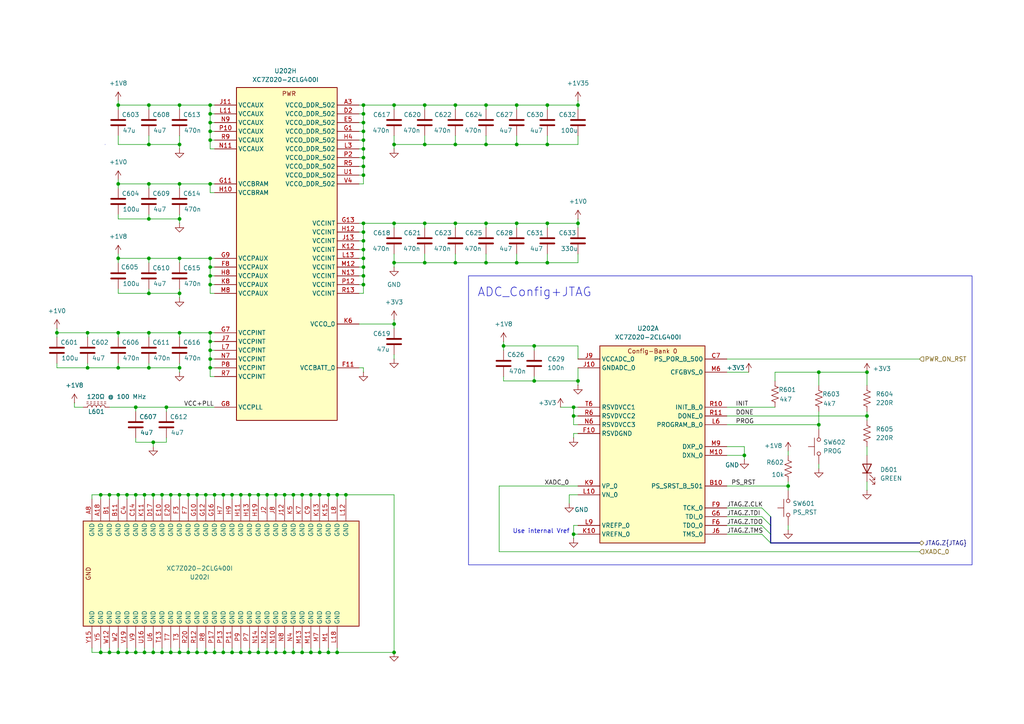
<source format=kicad_sch>
(kicad_sch (version 20250114) (generator "eeschema") (generator_version "9.0")
  (paper "A4")
  (title_block (title "Zynq Power+Config") (date "2025-09-13") (rev "A"))
  (bus_alias "JTAG" (members "CLK" "TDI" "TDO" "TMS"))
  (rectangle (start 135.89 80.01) (end 281.94 163.83))
  (text "Use internal Vref" (at 156.972 154.178 0) (effects (font (size 1.27 1.27))))
  (text "ADC_Config+JTAG" (at 138.43 86.36 0) (effects (font (size 2.54 2.54)) (justify left bottom)))
  (junction (at 237.49 123.19))
  (junction (at 105.41 80.01))
  (junction (at 60.96 38.1))
  (junction (at 46.99 189.23))
  (junction (at 123.19 64.77))
  (junction (at 167.64 110.49))
  (junction (at 31.75 189.23))
  (junction (at 59.69 143.51))
  (junction (at 52.07 143.51))
  (junction (at 90.17 143.51))
  (junction (at 60.96 106.68))
  (junction (at 154.94 110.49))
  (junction (at 29.21 143.51))
  (junction (at 92.71 143.51))
  (junction (at 43.18 63.5))
  (junction (at 43.18 30.48))
  (junction (at 105.41 74.93))
  (junction (at 54.61 143.51))
  (junction (at 39.37 143.51))
  (junction (at 48.26 118.11))
  (junction (at 105.41 72.39))
  (junction (at 100.33 143.51))
  (junction (at 228.6 140.97))
  (junction (at 49.53 189.23))
  (junction (at 132.08 41.91))
  (junction (at 60.96 80.01))
  (junction (at 251.46 107.95))
  (junction (at 105.41 38.1))
  (junction (at 57.15 189.23))
  (junction (at 57.15 143.51))
  (junction (at 60.96 104.14))
  (junction (at 146.05 100.33))
  (junction (at 80.01 189.23))
  (junction (at 149.86 64.77))
  (junction (at 90.17 189.23))
  (junction (at 52.07 30.48))
  (junction (at 105.41 69.85))
  (junction (at 64.77 189.23))
  (junction (at 60.96 40.64))
  (junction (at 41.91 189.23))
  (junction (at 59.69 189.23))
  (junction (at 60.96 82.55))
  (junction (at 105.41 40.64))
  (junction (at 215.9 132.08))
  (junction (at 60.96 35.56))
  (junction (at 43.18 85.09))
  (junction (at 251.46 120.65))
  (junction (at 87.63 189.23))
  (junction (at 34.29 96.52))
  (junction (at 60.96 53.34))
  (junction (at 149.86 30.48))
  (junction (at 34.29 189.23))
  (junction (at 34.29 74.93))
  (junction (at 158.75 64.77))
  (junction (at 167.64 64.77))
  (junction (at 44.45 128.27))
  (junction (at 43.18 41.91))
  (junction (at 105.41 77.47))
  (junction (at 69.85 189.23))
  (junction (at 105.41 50.8))
  (junction (at 62.23 143.51))
  (junction (at 34.29 53.34))
  (junction (at 105.41 64.77))
  (junction (at 166.37 154.94))
  (junction (at 41.91 143.51))
  (junction (at 43.18 96.52))
  (junction (at 74.93 189.23))
  (junction (at 123.19 76.2))
  (junction (at 46.99 143.51))
  (junction (at 43.18 53.34))
  (junction (at 105.41 82.55))
  (junction (at 95.25 143.51))
  (junction (at 166.37 120.65))
  (junction (at 105.41 48.26))
  (junction (at 140.97 76.2))
  (junction (at 82.55 189.23))
  (junction (at 149.86 76.2))
  (junction (at 16.51 96.52))
  (junction (at 95.25 189.23))
  (junction (at 64.77 143.51))
  (junction (at 132.08 76.2))
  (junction (at 114.3 189.23))
  (junction (at 60.96 74.93))
  (junction (at 140.97 30.48))
  (junction (at 39.37 189.23))
  (junction (at 67.31 189.23))
  (junction (at 105.41 43.18))
  (junction (at 52.07 63.5))
  (junction (at 36.83 189.23))
  (junction (at 72.39 143.51))
  (junction (at 60.96 101.6))
  (junction (at 123.19 41.91))
  (junction (at 43.18 74.93))
  (junction (at 25.4 106.68))
  (junction (at 105.41 67.31))
  (junction (at 149.86 41.91))
  (junction (at 80.01 143.51))
  (junction (at 36.83 143.51))
  (junction (at 114.3 76.2))
  (junction (at 52.07 74.93))
  (junction (at 52.07 41.91))
  (junction (at 77.47 143.51))
  (junction (at 166.37 118.11))
  (junction (at 25.4 96.52))
  (junction (at 140.97 64.77))
  (junction (at 52.07 189.23))
  (junction (at 72.39 189.23))
  (junction (at 132.08 64.77))
  (junction (at 77.47 189.23))
  (junction (at 69.85 143.51))
  (junction (at 44.45 143.51))
  (junction (at 43.18 106.68))
  (junction (at 105.41 30.48))
  (junction (at 34.29 106.68))
  (junction (at 52.07 96.52))
  (junction (at 44.45 189.23))
  (junction (at 87.63 143.51))
  (junction (at 123.19 30.48))
  (junction (at 52.07 53.34))
  (junction (at 54.61 189.23))
  (junction (at 60.96 30.48))
  (junction (at 154.94 100.33))
  (junction (at 105.41 45.72))
  (junction (at 52.07 85.09))
  (junction (at 34.29 143.51))
  (junction (at 114.3 30.48))
  (junction (at 60.96 77.47))
  (junction (at 167.64 30.48))
  (junction (at 82.55 143.51))
  (junction (at 39.37 118.11))
  (junction (at 74.93 143.51))
  (junction (at 85.09 143.51))
  (junction (at 60.96 33.02))
  (junction (at 158.75 76.2))
  (junction (at 49.53 143.51))
  (junction (at 114.3 41.91))
  (junction (at 31.75 143.51))
  (junction (at 52.07 106.68))
  (junction (at 140.97 41.91))
  (junction (at 114.3 64.77))
  (junction (at 67.31 143.51))
  (junction (at 85.09 189.23))
  (junction (at 237.49 107.95))
  (junction (at 97.79 143.51))
  (junction (at 158.75 30.48))
  (junction (at 92.71 189.23))
  (junction (at 29.21 189.23))
  (junction (at 105.41 35.56))
  (junction (at 60.96 96.52))
  (junction (at 132.08 30.48))
  (junction (at 34.29 30.48))
  (junction (at 97.79 189.23))
  (junction (at 114.3 93.98))
  (junction (at 105.41 33.02))
  (junction (at 60.96 99.06))
  (junction (at 62.23 189.23))
  (junction (at 158.75 41.91))
  (bus_entry (at 223.52 157.48) (size -2.54 -2.54))
  (bus_entry (at 223.52 154.94) (size -2.54 -2.54))
  (bus_entry (at 223.52 149.86) (size -2.54 -2.54))
  (bus_entry (at 223.52 152.4) (size -2.54 -2.54))
  (wire (pts (xy 60.96 96.52) (xy 60.96 99.06)))
  (wire (pts (xy 123.19 39.37) (xy 123.19 41.91)))
  (wire (pts (xy 64.77 143.51) (xy 67.31 143.51)))
  (wire (pts (xy 146.05 100.33) (xy 154.94 100.33)))
  (wire (pts (xy 95.25 143.51) (xy 97.79 143.51)))
  (wire (pts (xy 132.08 76.2) (xy 123.19 76.2)))
  (wire (pts (xy 149.86 73.66) (xy 149.86 76.2)))
  (wire (pts (xy 146.05 101.6) (xy 146.05 100.33)))
  (wire (pts (xy 105.41 77.47) (xy 105.41 80.01)))
  (wire (pts (xy 44.45 128.27) (xy 44.45 129.54)))
  (wire (pts (xy 167.64 39.37) (xy 167.64 41.91)))
  (wire (pts (xy 60.96 77.47) (xy 62.23 77.47)))
  (wire (pts (xy 154.94 110.49) (xy 154.94 109.22)))
  (wire (pts (xy 140.97 66.04) (xy 140.97 64.77)))
  (wire (pts (xy 43.18 53.34) (xy 52.07 53.34)))
  (wire (pts (xy 105.41 72.39) (xy 105.41 74.93)))
  (wire (pts (xy 237.49 107.95) (xy 251.46 107.95)))
  (wire (pts (xy 34.29 52.07) (xy 34.29 53.34)))
  (wire (pts (xy 123.19 30.48) (xy 123.19 31.75)))
  (wire (pts (xy 29.21 189.23) (xy 29.21 187.96)))
  (wire (pts (xy 92.71 189.23) (xy 90.17 189.23)))
  (wire (pts (xy 149.86 64.77) (xy 140.97 64.77)))
  (wire (pts (xy 59.69 143.51) (xy 59.69 144.78)))
  (wire (pts (xy 60.96 40.64) (xy 62.23 40.64)))
  (wire (pts (xy 166.37 118.11) (xy 167.64 118.11)))
  (wire (pts (xy 46.99 143.51) (xy 46.99 144.78)))
  (wire (pts (xy 64.77 189.23) (xy 62.23 189.23)))
  (wire (pts (xy 34.29 62.23) (xy 34.29 63.5)))
  (wire (pts (xy 90.17 143.51) (xy 90.17 144.78)))
  (wire (pts (xy 34.29 74.93) (xy 43.18 74.93)))
  (wire (pts (xy 72.39 143.51) (xy 74.93 143.51)))
  (wire (pts (xy 39.37 189.23) (xy 39.37 187.96)))
  (wire (pts (xy 105.41 53.34) (xy 104.14 53.34)))
  (wire (pts (xy 210.82 118.11) (xy 224.79 118.11)))
  (wire (pts (xy 52.07 30.48) (xy 60.96 30.48)))
  (wire (pts (xy 166.37 120.65) (xy 166.37 123.19)))
  (wire (pts (xy 166.37 156.21) (xy 166.37 154.94)))
  (wire (pts (xy 87.63 189.23) (xy 85.09 189.23)))
  (wire (pts (xy 60.96 40.64) (xy 60.96 43.18)))
  (wire (pts (xy 100.33 143.51) (xy 100.33 144.78)))
  (wire (pts (xy 60.96 38.1) (xy 62.23 38.1)))
  (wire (pts (xy 34.29 83.82) (xy 34.29 85.09)))
  (wire (pts (xy 140.97 39.37) (xy 140.97 41.91)))
  (wire (pts (xy 210.82 107.95) (xy 217.17 107.95)))
  (wire (pts (xy 105.41 64.77) (xy 105.41 67.31)))
  (wire (pts (xy 29.21 143.51) (xy 31.75 143.51)))
  (wire (pts (xy 251.46 119.38) (xy 251.46 120.65)))
  (wire (pts (xy 105.41 38.1) (xy 105.41 40.64)))
  (bus (pts (xy 223.52 157.48) (xy 266.7 157.48)))
  (wire (pts (xy 85.09 189.23) (xy 82.55 189.23)))
  (wire (pts (xy 92.71 189.23) (xy 92.71 187.96)))
  (wire (pts (xy 41.91 189.23) (xy 39.37 189.23)))
  (wire (pts (xy 105.41 67.31) (xy 104.14 67.31)))
  (wire (pts (xy 105.41 40.64) (xy 105.41 43.18)))
  (wire (pts (xy 59.69 143.51) (xy 62.23 143.51)))
  (wire (pts (xy 34.29 63.5) (xy 43.18 63.5)))
  (wire (pts (xy 80.01 189.23) (xy 77.47 189.23)))
  (wire (pts (xy 60.96 53.34) (xy 60.96 55.88)))
  (bus (pts (xy 223.52 152.4) (xy 223.52 149.86)))
  (wire (pts (xy 85.09 143.51) (xy 85.09 144.78)))
  (wire (pts (xy 114.3 64.77) (xy 105.41 64.77)))
  (wire (pts (xy 49.53 143.51) (xy 49.53 144.78)))
  (wire (pts (xy 49.53 189.23) (xy 49.53 187.96)))
  (wire (pts (xy 154.94 110.49) (xy 167.64 110.49)))
  (wire (pts (xy 48.26 118.11) (xy 62.23 118.11)))
  (wire (pts (xy 34.29 189.23) (xy 31.75 189.23)))
  (wire (pts (xy 95.25 189.23) (xy 92.71 189.23)))
  (wire (pts (xy 158.75 30.48) (xy 149.86 30.48)))
  (wire (pts (xy 237.49 119.38) (xy 237.49 123.19)))
  (bus (pts (xy 223.52 154.94) (xy 223.52 152.4)))
  (wire (pts (xy 57.15 143.51) (xy 57.15 144.78)))
  (wire (pts (xy 95.25 143.51) (xy 95.25 144.78)))
  (wire (pts (xy 105.41 64.77) (xy 104.14 64.77)))
  (wire (pts (xy 149.86 30.48) (xy 140.97 30.48)))
  (wire (pts (xy 114.3 30.48) (xy 123.19 30.48)))
  (wire (pts (xy 92.71 143.51) (xy 92.71 144.78)))
  (wire (pts (xy 146.05 110.49) (xy 154.94 110.49)))
  (wire (pts (xy 167.64 66.04) (xy 167.64 64.77)))
  (wire (pts (xy 167.64 41.91) (xy 158.75 41.91)))
  (wire (pts (xy 34.29 96.52) (xy 34.29 97.79)))
  (wire (pts (xy 74.93 143.51) (xy 74.93 144.78)))
  (wire (pts (xy 85.09 143.51) (xy 87.63 143.51)))
  (wire (pts (xy 149.86 64.77) (xy 149.86 66.04)))
  (wire (pts (xy 52.07 189.23) (xy 49.53 189.23)))
  (wire (pts (xy 210.82 132.08) (xy 215.9 132.08)))
  (wire (pts (xy 60.96 38.1) (xy 60.96 40.64)))
  (wire (pts (xy 97.79 189.23) (xy 97.79 187.96)))
  (wire (pts (xy 146.05 99.06) (xy 146.05 100.33)))
  (wire (pts (xy 210.82 104.14) (xy 266.7 104.14)))
  (wire (pts (xy 105.41 33.02) (xy 104.14 33.02)))
  (wire (pts (xy 114.3 95.25) (xy 114.3 93.98)))
  (wire (pts (xy 166.37 118.11) (xy 166.37 120.65)))
  (wire (pts (xy 167.64 106.68) (xy 167.64 110.49)))
  (wire (pts (xy 114.3 92.71) (xy 114.3 93.98)))
  (wire (pts (xy 60.96 104.14) (xy 62.23 104.14)))
  (wire (pts (xy 52.07 143.51) (xy 54.61 143.51)))
  (wire (pts (xy 210.82 140.97) (xy 228.6 140.97)))
  (wire (pts (xy 87.63 143.51) (xy 90.17 143.51)))
  (wire (pts (xy 60.96 30.48) (xy 62.23 30.48)))
  (wire (pts (xy 34.29 143.51) (xy 36.83 143.51)))
  (wire (pts (xy 165.1 143.51) (xy 167.64 143.51)))
  (wire (pts (xy 210.82 129.54) (xy 215.9 129.54)))
  (wire (pts (xy 16.51 105.41) (xy 16.51 106.68)))
  (wire (pts (xy 82.55 189.23) (xy 80.01 189.23)))
  (wire (pts (xy 105.41 45.72) (xy 105.41 48.26)))
  (wire (pts (xy 52.07 105.41) (xy 52.07 106.68)))
  (wire (pts (xy 105.41 35.56) (xy 105.41 38.1)))
  (wire (pts (xy 59.69 189.23) (xy 59.69 187.96)))
  (wire (pts (xy 16.51 96.52) (xy 25.4 96.52)))
  (wire (pts (xy 60.96 43.18) (xy 62.23 43.18)))
  (wire (pts (xy 60.96 30.48) (xy 60.96 33.02)))
  (wire (pts (xy 228.6 130.81) (xy 228.6 132.08)))
  (wire (pts (xy 34.29 189.23) (xy 34.29 187.96)))
  (wire (pts (xy 62.23 143.51) (xy 62.23 144.78)))
  (wire (pts (xy 123.19 64.77) (xy 123.19 66.04)))
  (wire (pts (xy 25.4 97.79) (xy 25.4 96.52)))
  (wire (pts (xy 31.75 143.51) (xy 31.75 144.78)))
  (wire (pts (xy 43.18 30.48) (xy 43.18 31.75)))
  (wire (pts (xy 82.55 189.23) (xy 82.55 187.96)))
  (wire (pts (xy 52.07 107.95) (xy 52.07 106.68)))
  (wire (pts (xy 36.83 189.23) (xy 36.83 187.96)))
  (wire (pts (xy 52.07 62.23) (xy 52.07 63.5)))
  (wire (pts (xy 210.82 123.19) (xy 237.49 123.19)))
  (wire (pts (xy 140.97 73.66) (xy 140.97 76.2)))
  (wire (pts (xy 52.07 76.2) (xy 52.07 74.93)))
  (wire (pts (xy 62.23 189.23) (xy 59.69 189.23)))
  (wire (pts (xy 72.39 189.23) (xy 69.85 189.23)))
  (wire (pts (xy 167.64 29.21) (xy 167.64 30.48)))
  (wire (pts (xy 54.61 189.23) (xy 54.61 187.96)))
  (wire (pts (xy 44.45 189.23) (xy 41.91 189.23)))
  (wire (pts (xy 105.41 74.93) (xy 105.41 77.47)))
  (wire (pts (xy 158.75 73.66) (xy 158.75 76.2)))
  (wire (pts (xy 60.96 80.01) (xy 60.96 82.55)))
  (wire (pts (xy 266.7 160.02) (xy 144.78 160.02)))
  (wire (pts (xy 39.37 143.51) (xy 39.37 144.78)))
  (wire (pts (xy 237.49 135.89) (xy 237.49 134.62)))
  (wire (pts (xy 64.77 189.23) (xy 64.77 187.96)))
  (wire (pts (xy 140.97 31.75) (xy 140.97 30.48)))
  (wire (pts (xy 57.15 189.23) (xy 54.61 189.23)))
  (wire (pts (xy 162.56 118.11) (xy 166.37 118.11)))
  (wire (pts (xy 132.08 64.77) (xy 123.19 64.77)))
  (wire (pts (xy 60.96 77.47) (xy 60.96 80.01)))
  (wire (pts (xy 77.47 189.23) (xy 74.93 189.23)))
  (wire (pts (xy 60.96 82.55) (xy 60.96 85.09)))
  (wire (pts (xy 74.93 143.51) (xy 77.47 143.51)))
  (wire (pts (xy 105.41 40.64) (xy 104.14 40.64)))
  (wire (pts (xy 26.67 189.23) (xy 26.67 187.96)))
  (wire (pts (xy 69.85 143.51) (xy 72.39 143.51)))
  (wire (pts (xy 46.99 189.23) (xy 44.45 189.23)))
  (wire (pts (xy 114.3 73.66) (xy 114.3 76.2)))
  (wire (pts (xy 123.19 73.66) (xy 123.19 76.2)))
  (wire (pts (xy 105.41 72.39) (xy 104.14 72.39)))
  (wire (pts (xy 105.41 80.01) (xy 105.41 82.55)))
  (wire (pts (xy 105.41 35.56) (xy 104.14 35.56)))
  (wire (pts (xy 16.51 95.25) (xy 16.51 96.52)))
  (wire (pts (xy 210.82 152.4) (xy 220.98 152.4)))
  (wire (pts (xy 251.46 129.54) (xy 251.46 132.08)))
  (wire (pts (xy 67.31 143.51) (xy 69.85 143.51)))
  (wire (pts (xy 158.75 41.91) (xy 149.86 41.91)))
  (wire (pts (xy 34.29 76.2) (xy 34.29 74.93)))
  (wire (pts (xy 74.93 189.23) (xy 72.39 189.23)))
  (wire (pts (xy 167.64 152.4) (xy 166.37 152.4)))
  (wire (pts (xy 34.29 41.91) (xy 43.18 41.91)))
  (wire (pts (xy 105.41 82.55) (xy 104.14 82.55)))
  (wire (pts (xy 43.18 30.48) (xy 52.07 30.48)))
  (wire (pts (xy 114.3 77.47) (xy 114.3 76.2)))
  (wire (pts (xy 114.3 39.37) (xy 114.3 41.91)))
  (wire (pts (xy 69.85 189.23) (xy 67.31 189.23)))
  (wire (pts (xy 80.01 143.51) (xy 80.01 144.78)))
  (wire (pts (xy 39.37 118.11) (xy 48.26 118.11)))
  (wire (pts (xy 21.59 118.11) (xy 24.13 118.11)))
  (wire (pts (xy 215.9 133.35) (xy 215.9 132.08)))
  (wire (pts (xy 54.61 143.51) (xy 54.61 144.78)))
  (wire (pts (xy 167.64 100.33) (xy 167.64 104.14)))
  (wire (pts (xy 54.61 143.51) (xy 57.15 143.51)))
  (wire (pts (xy 114.3 43.18) (xy 114.3 41.91)))
  (wire (pts (xy 251.46 139.7) (xy 251.46 142.24)))
  (wire (pts (xy 105.41 106.68) (xy 104.14 106.68)))
  (wire (pts (xy 105.41 30.48) (xy 104.14 30.48)))
  (wire (pts (xy 149.86 30.48) (xy 149.86 31.75)))
  (wire (pts (xy 123.19 41.91) (xy 114.3 41.91)))
  (wire (pts (xy 105.41 74.93) (xy 104.14 74.93)))
  (wire (pts (xy 60.96 96.52) (xy 62.23 96.52)))
  (wire (pts (xy 237.49 107.95) (xy 237.49 111.76)))
  (wire (pts (xy 43.18 83.82) (xy 43.18 85.09)))
  (wire (pts (xy 21.59 116.84) (xy 21.59 118.11)))
  (wire (pts (xy 105.41 50.8) (xy 104.14 50.8)))
  (wire (pts (xy 132.08 41.91) (xy 123.19 41.91)))
  (wire (pts (xy 149.86 41.91) (xy 140.97 41.91)))
  (wire (pts (xy 52.07 41.91) (xy 52.07 43.18)))
  (wire (pts (xy 167.64 63.5) (xy 167.64 64.77)))
  (wire (pts (xy 77.47 143.51) (xy 77.47 144.78)))
  (wire (pts (xy 158.75 64.77) (xy 149.86 64.77)))
  (wire (pts (xy 43.18 63.5) (xy 52.07 63.5)))
  (wire (pts (xy 46.99 189.23) (xy 46.99 187.96)))
  (wire (pts (xy 167.64 110.49) (xy 167.64 111.76)))
  (wire (pts (xy 60.96 35.56) (xy 60.96 38.1)))
  (wire (pts (xy 87.63 189.23) (xy 87.63 187.96)))
  (wire (pts (xy 34.29 31.75) (xy 34.29 30.48)))
  (wire (pts (xy 60.96 55.88) (xy 62.23 55.88)))
  (wire (pts (xy 158.75 39.37) (xy 158.75 41.91)))
  (wire (pts (xy 97.79 143.51) (xy 100.33 143.51)))
  (wire (pts (xy 105.41 50.8) (xy 105.41 53.34)))
  (wire (pts (xy 52.07 54.61) (xy 52.07 53.34)))
  (wire (pts (xy 34.29 73.66) (xy 34.29 74.93)))
  (wire (pts (xy 123.19 64.77) (xy 114.3 64.77)))
  (wire (pts (xy 105.41 69.85) (xy 104.14 69.85)))
  (wire (pts (xy 54.61 189.23) (xy 52.07 189.23)))
  (wire (pts (xy 158.75 64.77) (xy 158.75 66.04)))
  (wire (pts (xy 59.69 189.23) (xy 57.15 189.23)))
  (wire (pts (xy 39.37 143.51) (xy 41.91 143.51)))
  (wire (pts (xy 60.96 33.02) (xy 60.96 35.56)))
  (wire (pts (xy 72.39 143.51) (xy 72.39 144.78)))
  (wire (pts (xy 224.79 110.49) (xy 224.79 107.95)))
  (wire (pts (xy 114.3 64.77) (xy 114.3 66.04)))
  (wire (pts (xy 29.21 143.51) (xy 29.21 144.78)))
  (wire (pts (xy 67.31 189.23) (xy 64.77 189.23)))
  (wire (pts (xy 105.41 48.26) (xy 105.41 50.8)))
  (wire (pts (xy 44.45 143.51) (xy 44.45 144.78)))
  (wire (pts (xy 26.67 143.51) (xy 26.67 144.78)))
  (wire (pts (xy 228.6 153.67) (xy 228.6 152.4)))
  (wire (pts (xy 41.91 189.23) (xy 41.91 187.96)))
  (wire (pts (xy 57.15 189.23) (xy 57.15 187.96)))
  (wire (pts (xy 44.45 128.27) (xy 48.26 128.27)))
  (wire (pts (xy 46.99 143.51) (xy 49.53 143.51)))
  (wire (pts (xy 67.31 143.51) (xy 67.31 144.78)))
  (wire (pts (xy 251.46 120.65) (xy 251.46 121.92)))
  (wire (pts (xy 80.01 189.23) (xy 80.01 187.96)))
  (wire (pts (xy 132.08 39.37) (xy 132.08 41.91)))
  (wire (pts (xy 34.29 30.48) (xy 43.18 30.48)))
  (wire (pts (xy 60.96 101.6) (xy 60.96 104.14)))
  (wire (pts (xy 25.4 105.41) (xy 25.4 106.68)))
  (wire (pts (xy 166.37 154.94) (xy 167.64 154.94)))
  (wire (pts (xy 60.96 74.93) (xy 60.96 77.47)))
  (wire (pts (xy 87.63 143.51) (xy 87.63 144.78)))
  (wire (pts (xy 158.75 76.2) (xy 149.86 76.2)))
  (wire (pts (xy 210.82 147.32) (xy 220.98 147.32)))
  (wire (pts (xy 16.51 106.68) (xy 25.4 106.68)))
  (wire (pts (xy 31.75 118.11) (xy 39.37 118.11)))
  (wire (pts (xy 132.08 64.77) (xy 132.08 66.04)))
  (wire (pts (xy 43.18 54.61) (xy 43.18 53.34)))
  (wire (pts (xy 97.79 143.51) (xy 97.79 144.78)))
  (wire (pts (xy 52.07 85.09) (xy 52.07 86.36)))
  (wire (pts (xy 77.47 143.51) (xy 80.01 143.51)))
  (wire (pts (xy 48.26 118.11) (xy 48.26 119.38)))
  (wire (pts (xy 165.1 146.05) (xy 165.1 143.51)))
  (wire (pts (xy 105.41 107.95) (xy 105.41 106.68)))
  (wire (pts (xy 149.86 39.37) (xy 149.86 41.91)))
  (wire (pts (xy 41.91 143.51) (xy 41.91 144.78)))
  (wire (pts (xy 36.83 143.51) (xy 36.83 144.78)))
  (wire (pts (xy 140.97 64.77) (xy 132.08 64.77)))
  (wire (pts (xy 105.41 48.26) (xy 104.14 48.26)))
  (wire (pts (xy 82.55 143.51) (xy 82.55 144.78)))
  (wire (pts (xy 132.08 73.66) (xy 132.08 76.2)))
  (wire (pts (xy 158.75 30.48) (xy 158.75 31.75)))
  (wire (pts (xy 39.37 189.23) (xy 36.83 189.23)))
  (wire (pts (xy 60.96 85.09) (xy 62.23 85.09)))
  (wire (pts (xy 67.31 189.23) (xy 67.31 187.96)))
  (wire (pts (xy 25.4 106.68) (xy 34.29 106.68)))
  (wire (pts (xy 60.96 101.6) (xy 62.23 101.6)))
  (wire (pts (xy 114.3 93.98) (xy 104.14 93.98)))
  (wire (pts (xy 97.79 189.23) (xy 95.25 189.23)))
  (wire (pts (xy 60.96 82.55) (xy 62.23 82.55)))
  (wire (pts (xy 36.83 189.23) (xy 34.29 189.23)))
  (wire (pts (xy 31.75 189.23) (xy 31.75 187.96)))
  (wire (pts (xy 154.94 100.33) (xy 154.94 101.6)))
  (wire (pts (xy 49.53 143.51) (xy 52.07 143.51)))
  (wire (pts (xy 105.41 67.31) (xy 105.41 69.85)))
  (wire (pts (xy 146.05 109.22) (xy 146.05 110.49)))
  (polyline (pts (xy 30.48 41.91) (xy 30.48 41.91)))
  (wire (pts (xy 34.29 29.21) (xy 34.29 30.48)))
  (wire (pts (xy 34.29 54.61) (xy 34.29 53.34)))
  (wire (pts (xy 43.18 39.37) (xy 43.18 41.91)))
  (wire (pts (xy 60.96 106.68) (xy 62.23 106.68)))
  (wire (pts (xy 114.3 189.23) (xy 97.79 189.23)))
  (wire (pts (xy 92.71 143.51) (xy 95.25 143.51)))
  (wire (pts (xy 52.07 39.37) (xy 52.07 41.91)))
  (wire (pts (xy 123.19 76.2) (xy 114.3 76.2)))
  (wire (pts (xy 43.18 105.41) (xy 43.18 106.68)))
  (wire (pts (xy 105.41 30.48) (xy 114.3 30.48)))
  (wire (pts (xy 90.17 143.51) (xy 92.71 143.51)))
  (wire (pts (xy 80.01 143.51) (xy 82.55 143.51)))
  (wire (pts (xy 105.41 45.72) (xy 104.14 45.72)))
  (wire (pts (xy 60.96 33.02) (xy 62.23 33.02)))
  (wire (pts (xy 60.96 74.93) (xy 62.23 74.93)))
  (wire (pts (xy 105.41 69.85) (xy 105.41 72.39)))
  (wire (pts (xy 34.29 105.41) (xy 34.29 106.68)))
  (wire (pts (xy 167.64 64.77) (xy 158.75 64.77)))
  (wire (pts (xy 41.91 143.51) (xy 44.45 143.51)))
  (wire (pts (xy 52.07 74.93) (xy 60.96 74.93)))
  (wire (pts (xy 105.41 33.02) (xy 105.41 35.56)))
  (wire (pts (xy 52.07 83.82) (xy 52.07 85.09)))
  (wire (pts (xy 34.29 39.37) (xy 34.29 41.91)))
  (wire (pts (xy 166.37 127) (xy 166.37 125.73)))
  (wire (pts (xy 60.96 99.06) (xy 60.96 101.6)))
  (wire (pts (xy 224.79 107.95) (xy 237.49 107.95)))
  (wire (pts (xy 105.41 38.1) (xy 104.14 38.1)))
  (wire (pts (xy 60.96 109.22) (xy 62.23 109.22)))
  (wire (pts (xy 237.49 124.46) (xy 237.49 123.19)))
  (wire (pts (xy 60.96 99.06) (xy 62.23 99.06)))
  (wire (pts (xy 44.45 189.23) (xy 44.45 187.96)))
  (wire (pts (xy 57.15 143.51) (xy 59.69 143.51)))
  (wire (pts (xy 82.55 143.51) (xy 85.09 143.51)))
  (wire (pts (xy 31.75 143.51) (xy 34.29 143.51)))
  (wire (pts (xy 105.41 43.18) (xy 105.41 45.72)))
  (wire (pts (xy 167.64 30.48) (xy 158.75 30.48)))
  (wire (pts (xy 105.41 77.47) (xy 104.14 77.47)))
  (wire (pts (xy 167.64 73.66) (xy 167.64 76.2)))
  (wire (pts (xy 39.37 128.27) (xy 44.45 128.27)))
  (wire (pts (xy 52.07 31.75) (xy 52.07 30.48)))
  (wire (pts (xy 52.07 63.5) (xy 52.07 64.77)))
  (wire (pts (xy 166.37 152.4) (xy 166.37 154.94)))
  (wire (pts (xy 77.47 189.23) (xy 77.47 187.96)))
  (wire (pts (xy 166.37 125.73) (xy 167.64 125.73)))
  (wire (pts (xy 167.64 76.2) (xy 158.75 76.2)))
  (wire (pts (xy 43.18 74.93) (xy 52.07 74.93)))
  (wire (pts (xy 52.07 96.52) (xy 52.07 97.79)))
  (wire (pts (xy 49.53 189.23) (xy 46.99 189.23)))
  (wire (pts (xy 140.97 30.48) (xy 132.08 30.48)))
  (wire (pts (xy 105.41 82.55) (xy 105.41 85.09)))
  (wire (pts (xy 105.41 80.01) (xy 104.14 80.01)))
  (wire (pts (xy 26.67 143.51) (xy 29.21 143.51)))
  (wire (pts (xy 43.18 76.2) (xy 43.18 74.93)))
  (wire (pts (xy 114.3 143.51) (xy 114.3 189.23)))
  (wire (pts (xy 140.97 41.91) (xy 132.08 41.91)))
  (wire (pts (xy 74.93 189.23) (xy 74.93 187.96)))
  (wire (pts (xy 140.97 76.2) (xy 132.08 76.2)))
  (wire (pts (xy 62.23 189.23) (xy 62.23 187.96)))
  (wire (pts (xy 132.08 30.48) (xy 132.08 31.75)))
  (wire (pts (xy 228.6 139.7) (xy 228.6 140.97)))
  (wire (pts (xy 100.33 143.51) (xy 114.3 143.51)))
  (wire (pts (xy 105.41 30.48) (xy 105.41 33.02)))
  (wire (pts (xy 60.96 106.68) (xy 60.96 109.22)))
  (wire (pts (xy 36.83 143.51) (xy 39.37 143.51)))
  (wire (pts (xy 167.64 31.75) (xy 167.64 30.48)))
  (wire (pts (xy 25.4 96.52) (xy 34.29 96.52)))
  (wire (pts (xy 210.82 120.65) (xy 251.46 120.65)))
  (wire (pts (xy 60.96 53.34) (xy 62.23 53.34)))
  (wire (pts (xy 251.46 107.95) (xy 251.46 111.76)))
  (wire (pts (xy 34.29 96.52) (xy 43.18 96.52)))
  (wire (pts (xy 132.08 30.48) (xy 123.19 30.48)))
  (wire (pts (xy 95.25 189.23) (xy 95.25 187.96)))
  (wire (pts (xy 64.77 143.51) (xy 64.77 144.78)))
  (wire (pts (xy 60.96 80.01) (xy 62.23 80.01)))
  (wire (pts (xy 52.07 96.52) (xy 60.96 96.52)))
  (bus (pts (xy 223.52 157.48) (xy 223.52 154.94)))
  (wire (pts (xy 60.96 35.56) (xy 62.23 35.56)))
  (wire (pts (xy 39.37 119.38) (xy 39.37 118.11)))
  (wire (pts (xy 29.21 189.23) (xy 26.67 189.23)))
  (wire (pts (xy 43.18 41.91) (xy 52.07 41.91)))
  (wire (pts (xy 215.9 129.54) (xy 215.9 132.08)))
  (wire (pts (xy 72.39 189.23) (xy 72.39 187.96)))
  (wire (pts (xy 52.07 143.51) (xy 52.07 144.78)))
  (wire (pts (xy 43.18 85.09) (xy 52.07 85.09)))
  (wire (pts (xy 60.96 104.14) (xy 60.96 106.68)))
  (wire (pts (xy 34.29 143.51) (xy 34.29 144.78)))
  (wire (pts (xy 210.82 154.94) (xy 220.98 154.94)))
  (wire (pts (xy 16.51 97.79) (xy 16.51 96.52)))
  (wire (pts (xy 228.6 140.97) (xy 228.6 142.24)))
  (wire (pts (xy 44.45 143.51) (xy 46.99 143.51)))
  (wire (pts (xy 166.37 120.65) (xy 167.64 120.65)))
  (wire (pts (xy 62.23 143.51) (xy 64.77 143.51)))
  (wire (pts (xy 48.26 128.27) (xy 48.26 127)))
  (wire (pts (xy 69.85 189.23) (xy 69.85 187.96)))
  (wire (pts (xy 144.78 160.02) (xy 144.78 140.97)))
  (wire (pts (xy 105.41 43.18) (xy 104.14 43.18)))
  (wire (pts (xy 114.3 30.48) (xy 114.3 31.75)))
  (wire (pts (xy 31.75 189.23) (xy 29.21 189.23)))
  (wire (pts (xy 69.85 143.51) (xy 69.85 144.78)))
  (wire (pts (xy 34.29 85.09) (xy 43.18 85.09)))
  (wire (pts (xy 210.82 149.86) (xy 220.98 149.86)))
  (wire (pts (xy 90.17 189.23) (xy 90.17 187.96)))
  (wire (pts (xy 114.3 104.14) (xy 114.3 102.87)))
  (wire (pts (xy 39.37 128.27) (xy 39.37 127)))
  (wire (pts (xy 43.18 96.52) (xy 52.07 96.52)))
  (wire (pts (xy 43.18 106.68) (xy 52.07 106.68)))
  (wire (pts (xy 149.86 76.2) (xy 140.97 76.2)))
  (wire (pts (xy 43.18 96.52) (xy 43.18 97.79)))
  (wire (pts (xy 105.41 85.09) (xy 104.14 85.09)))
  (wire (pts (xy 90.17 189.23) (xy 87.63 189.23)))
  (wire (pts (xy 34.29 106.68) (xy 43.18 106.68)))
  (wire (pts (xy 144.78 140.97) (xy 167.64 140.97)))
  (wire (pts (xy 166.37 123.19) (xy 167.64 123.19)))
  (wire (pts (xy 52.07 189.23) (xy 52.07 187.96)))
  (wire (pts (xy 52.07 53.34) (xy 60.96 53.34)))
  (wire (pts (xy 43.18 62.23) (xy 43.18 63.5)))
  (wire (pts (xy 34.29 53.34) (xy 43.18 53.34)))
  (wire (pts (xy 154.94 100.33) (xy 167.64 100.33)))
  (wire (pts (xy 85.09 189.23) (xy 85.09 187.96)))
  (label "INIT" (at 213.36 118.11 0))
  (label "DONE" (at 213.36 120.65 0))
  (label "XADC_0" (at 165.1 140.97 180))
  (label "JTAG.Z.TMS" (at 210.82 154.94 0))
  (label "PS_RST" (at 212.09 140.97 0))
  (label "JTAG.Z.TDO" (at 210.82 152.4 0))
  (label "VCC+PLL" (at 53.34 118.11 0))
  (label "JTAG.Z.CLK" (at 210.82 147.32 0))
  (label "JTAG.Z.TDI" (at 210.82 149.86 0))
  (label "PROG" (at 213.36 123.19 0))
  (hierarchical_label "PWR_ON_RST" (shape input) (at 266.7 104.14 0))
  (hierarchical_label "XADC_0" (shape input) (at 266.7 160.02 0))
  (hierarchical_label "JTAG.Z{JTAG}" (shape bidirectional) (at 266.7 157.48 0))
  (symbol (lib_id "power:GND") (at 52.07 64.77 0) (unit 1)
    (property "Reference" "#PWR0608" (effects (hide yes)))
    (property "Value" "GND" (effects (hide yes)))
    (property "Description" "Power symbol creates a global label with name \"GND\" , ground" (effects (hide yes)))
  )
  (symbol (lib_id "power:GND") (at 105.41 107.95 0) (mirror y) (unit 1)
    (property "Reference" "#PWR0611" (effects (hide yes)))
    (property "Value" "GND" (effects (hide yes)))
    (property "Description" "Power symbol creates a global label with name \"GND\" , ground" (effects (hide yes)))
  )
  (symbol (lib_id "power:GND") (at 166.37 127 0) (unit 1)
    (property "Reference" "#PWR0620" (effects (hide yes)))
    (property "Value" "GND" (effects (hide yes)))
    (property "Description" "Power symbol creates a global label with name \"GND\" , ground" (effects (hide yes)))
  )
  (symbol (lib_id "Device:R_US") (at 251.46 125.73 0) (unit 1)
    (property "Reference" "R605" (at 254 124.4599 0) (effects (justify left)))
    (property "Value" "220R" (at 254 126.9999 0) (effects (justify left)))
    (property "Footprint" "Resistor_SMD:R_0402_1005Metric" (effects (hide yes)))
    (property "Description" "Resistor, US symbol" (effects (hide yes)))
    (property "PART_NUMBER" "ERJ2GEJ221X" (effects (hide yes)))
    (property "JLCPCB Part#" "C412979" (effects (hide yes)))
  )
  (symbol (lib_id "Device:C") (at 154.94 105.41 0) (unit 1)
    (property "Reference" "C629" (at 158.75 104.1399 0) (effects (justify left)))
    (property "Value" "100n" (at 158.75 106.6799 0) (effects (justify left)))
    (property "Footprint" "Capacitor_SMD:C_0402_1005Metric" (effects (hide yes)))
    (property "Description" "Unpolarized capacitor" (effects (hide yes)))
    (property "PART_NUMBER" "CL05B104KO5NNNC" (effects (hide yes)))
    (property "JLCPCB Part#" "C1525" (effects (hide yes)))
  )
  (symbol (lib_id "Switch:SW_Push") (at 228.6 147.32 90) (unit 1)
    (property "Reference" "SW601" (at 229.87 146.0499 90) (effects (justify right)))
    (property "Value" "PS_RST" (at 229.87 148.59 90) (effects (justify right)))
    (property "Footprint" "Button_Switch_THT:SW_PUSH_1P1T_6x3.5mm_H4.3_APEM_MJTP1243" (effects (hide yes)))
    (property "Description" "Push button switch, generic, two pins" (effects (hide yes)))
    (property "PART_NUMBER" "MJTP1243" (effects (hide yes)))
    (property "JLCPCB Part#" "C5769038" (effects (hide yes)))
  )
  (symbol (lib_id "power:GND") (at 228.6 153.67 0) (unit 1)
    (property "Reference" "#PWR0628" (effects (hide yes)))
    (property "Value" "GND" (effects (hide yes)))
    (property "Description" "Power symbol creates a global label with name \"GND\" , ground" (effects (hide yes)))
  )
  (symbol (lib_id "Device:C") (at 146.05 105.41 0) (unit 1)
    (property "Reference" "C626" (at 147.066 102.87 0) (effects (justify left)))
    (property "Value" "470n" (at 147.574 107.696 0) (effects (justify left)))
    (property "Footprint" "Capacitor_SMD:C_0402_1005Metric" (effects (hide yes)))
    (property "Description" "Unpolarized capacitor" (effects (hide yes)))
    (property "PART_NUMBER" "GRM155R71A474KE01D" (effects (hide yes)))
    (property "JLCPCB Part#" "C88946" (effects (hide yes)))
  )
  (symbol (lib_id "Device:C") (at 34.29 80.01 0) (unit 1)
    (property "Reference" "C605" (at 35.052 77.47 0) (effects (justify left)))
    (property "Value" "100u" (at 35.56 82.296 0) (effects (justify left)))
    (property "Footprint" "Capacitor_SMD:C_1210_3225Metric" (effects (hide yes)))
    (property "Description" "Unpolarized capacitor" (effects (hide yes)))
    (property "PART_NUMBER" "CL32A107MPVNNNE" (effects (hide yes)))
    (property "JLCPCB Part#" "C23742" (effects (hide yes)))
  )
  (symbol (lib_id "power:GND") (at 114.3 77.47 0) (mirror y) (unit 1)
    (property "Reference" "#PWR0613" (effects (hide yes)))
    (property "Value" "GND" (at 114.3 82.55 0))
    (property "Description" "Power symbol creates a global label with name \"GND\" , ground" (effects (hide yes)))
  )
  (symbol (lib_id "Device:C") (at 52.07 101.6 0) (unit 1)
    (property "Reference" "C616" (at 53.086 99.314 0) (effects (justify left)))
    (property "Value" "470n" (at 53.34 103.886 0) (effects (justify left)))
    (property "Footprint" "Capacitor_SMD:C_0402_1005Metric" (effects (hide yes)))
    (property "Description" "Unpolarized capacitor" (effects (hide yes)))
    (property "PART_NUMBER" "GRM155R71A474KE01D" (effects (hide yes)))
    (property "JLCPCB Part#" "C88946" (effects (hide yes)))
  )
  (symbol (lib_id "Switch:SW_Push") (at 237.49 129.54 90) (unit 1)
    (property "Reference" "SW602" (at 238.76 128.2699 90) (effects (justify right)))
    (property "Value" "PROG" (at 238.76 130.8099 90) (effects (justify right)))
    (property "Footprint" "Button_Switch_THT:SW_PUSH_1P1T_6x3.5mm_H4.3_APEM_MJTP1243" (effects (hide yes)))
    (property "Description" "Push button switch, generic, two pins" (effects (hide yes)))
    (property "PART_NUMBER" "MJTP1243" (effects (hide yes)))
    (property "JLCPCB Part#" "C5769038" (effects (hide yes)))
  )
  (symbol (lib_id "zynq:XC7Z020-2CLG400I") (at 83.82 104.14 0) (unit 8)
    (property "Reference" "U202" (at 82.804 20.574 0))
    (property "Value" "XC7Z020-2CLG400I" (at 82.804 23.114 0))
    (property "Footprint" "Zynq:Zynq_Z7020-2CLG400I_W_Delay" (effects (hide yes)))
    (property "PART_NUMBER" "XC7Z020-2CLG400I" (effects (hide yes)))
    (property "JLCPCB Part#" "C569043" (effects (hide yes)))
  )
  (symbol (lib_id "Device:C") (at 123.19 35.56 0) (mirror y) (unit 1)
    (property "Reference" "C620" (at 122.174 33.274 0) (effects (justify left)))
    (property "Value" "470n" (at 121.92 37.846 0) (effects (justify left)))
    (property "Footprint" "Capacitor_SMD:C_0402_1005Metric" (effects (hide yes)))
    (property "Description" "Unpolarized capacitor" (effects (hide yes)))
    (property "PART_NUMBER" "GRM155R71A474KE01D" (effects (hide yes)))
    (property "JLCPCB Part#" "C88946" (effects (hide yes)))
  )
  (symbol (lib_id "power:+1V8") (at 34.29 73.66 0) (unit 1)
    (property "Reference" "#PWR0605" (effects (hide yes)))
    (property "Value" "+1V8" (at 34.29 68.58 0))
    (property "Description" "Power symbol creates a global label with name \"+1V8\"" (effects (hide yes)))
  )
  (symbol (lib_id "Device:C") (at 140.97 69.85 0) (mirror y) (unit 1)
    (property "Reference" "C625" (at 139.954 67.564 0) (effects (justify left)))
    (property "Value" "470n" (at 139.7 72.136 0) (effects (justify left)))
    (property "Footprint" "Capacitor_SMD:C_0402_1005Metric" (effects (hide yes)))
    (property "Description" "Unpolarized capacitor" (effects (hide yes)))
    (property "PART_NUMBER" "GRM155R71A474KE01D" (effects (hide yes)))
    (property "JLCPCB Part#" "C88946" (effects (hide yes)))
  )
  (symbol (lib_id "power:+1V8") (at 228.6 130.81 0) (unit 1)
    (property "Reference" "#PWR0627" (effects (hide yes)))
    (property "Value" "+1V8" (at 224.282 129.286 0))
    (property "Description" "Power symbol creates a global label with name \"+1V8\"" (effects (hide yes)))
  )
  (symbol (lib_id "Device:C") (at 34.29 35.56 0) (unit 1)
    (property "Reference" "C603" (at 35.306 33.274 0) (effects (justify left)))
    (property "Value" "47u" (at 35.56 37.846 0) (effects (justify left)))
    (property "Footprint" "Capacitor_SMD:C_1210_3225Metric" (effects (hide yes)))
    (property "Description" "Unpolarized capacitor" (effects (hide yes)))
    (property "PART_NUMBER" "CL32A476KPJNNNE" (effects (hide yes)))
    (property "JLCPCB Part#" "C525654" (effects (hide yes)))
  )
  (symbol (lib_id "power:+1V0") (at 16.51 95.25 0) (unit 1)
    (property "Reference" "#PWR0601" (effects (hide yes)))
    (property "Value" "+1V0" (at 16.51 90.17 0))
    (property "Description" "Power symbol creates a global label with name \"+1V0\"" (effects (hide yes)))
  )
  (symbol (lib_id "Device:C") (at 140.97 35.56 0) (mirror y) (unit 1)
    (property "Reference" "C624" (at 139.954 33.274 0) (effects (justify left)))
    (property "Value" "470n" (at 139.7 37.846 0) (effects (justify left)))
    (property "Footprint" "Capacitor_SMD:C_0402_1005Metric" (effects (hide yes)))
    (property "Description" "Unpolarized capacitor" (effects (hide yes)))
    (property "PART_NUMBER" "GRM155R71A474KE01D" (effects (hide yes)))
    (property "JLCPCB Part#" "C88946" (effects (hide yes)))
  )
  (symbol (lib_id "power:GND") (at 52.07 107.95 0) (unit 1)
    (property "Reference" "#PWR0610" (effects (hide yes)))
    (property "Value" "GND" (effects (hide yes)))
    (property "Description" "Power symbol creates a global label with name \"GND\" , ground" (effects (hide yes)))
  )
  (symbol (lib_id "Device:R_US") (at 224.79 114.3 0) (unit 1)
    (property "Reference" "R601" (at 225.806 113.03 0) (effects (justify left)))
    (property "Value" "4k7" (at 226.06 115.824 0) (effects (justify left)))
    (property "Footprint" "Resistor_SMD:R_0402_1005Metric" (effects (hide yes)))
    (property "Description" "Resistor, US symbol" (effects (hide yes)))
    (property "PART_NUMBER" "MR04X4701FTL" (effects (hide yes)))
    (property "JLCPCB Part#" "C327817" (effects (hide yes)))
  )
  (symbol (lib_id "Device:C") (at 114.3 35.56 0) (mirror y) (unit 1)
    (property "Reference" "C617" (at 113.284 33.274 0) (effects (justify left)))
    (property "Value" "470n" (at 113.03 37.846 0) (effects (justify left)))
    (property "Footprint" "Capacitor_SMD:C_0402_1005Metric" (effects (hide yes)))
    (property "Description" "Unpolarized capacitor" (effects (hide yes)))
    (property "PART_NUMBER" "GRM155R71A474KE01D" (effects (hide yes)))
    (property "JLCPCB Part#" "C88946" (effects (hide yes)))
  )
  (symbol (lib_id "Device:C") (at 52.07 35.56 0) (unit 1)
    (property "Reference" "C613" (at 53.086 33.274 0) (effects (justify left)))
    (property "Value" "470n" (at 53.34 37.846 0) (effects (justify left)))
    (property "Footprint" "Capacitor_SMD:C_0402_1005Metric" (effects (hide yes)))
    (property "Description" "Unpolarized capacitor" (effects (hide yes)))
    (property "PART_NUMBER" "GRM155R71A474KE01D" (effects (hide yes)))
    (property "JLCPCB Part#" "C88946" (effects (hide yes)))
  )
  (symbol (lib_id "Device:L_Ferrite") (at 27.94 118.11 90) (unit 1)
    (property "Reference" "L601" (at 27.94 119.38 90))
    (property "Value" "120Ω @ 100 MHz" (at 33.782 115.062 90))
    (property "Footprint" "Capacitor_SMD:C_0603_1608Metric" (effects (hide yes)))
    (property "Description" "Inductor with ferrite core" (effects (hide yes)))
    (property "PART_NUMBER" "742792023" (effects (hide yes)))
    (property "JLCPCB Part#" "C5120901" (effects (hide yes)))
  )
  (symbol (lib_id "Device:C") (at 167.64 69.85 0) (mirror y) (unit 1)
    (property "Reference" "C633" (at 167.132 67.564 0) (effects (justify left)))
    (property "Value" "330u" (at 167.64 72.136 0) (effects (justify left)))
    (property "Footprint" "Capacitor_SMD:C_1210_3225Metric" (effects (hide yes)))
    (property "Description" "Unpolarized capacitor" (effects (hide yes)))
    (property "PART_NUMBER" "GRM32ER60G337ME05L" (effects (hide yes)))
    (property "JLCPCB Part#" "C528969" (effects (hide yes)))
  )
  (symbol (lib_id "zynq:XC7Z020-2CLG400I") (at 189.23 129.54 0) (unit 1)
    (property "Reference" "U202" (at 187.96 95.25 0))
    (property "Value" "XC7Z020-2CLG400I" (at 187.96 97.79 0))
    (property "Footprint" "Zynq:Zynq_Z7020-2CLG400I_W_Delay" (effects (hide yes)))
    (property "PART_NUMBER" "XC7Z020-2CLG400I" (effects (hide yes)))
    (property "JLCPCB Part#" "C569043" (effects (hide yes)))
  )
  (symbol (lib_id "power:GND") (at 52.07 43.18 0) (unit 1)
    (property "Reference" "#PWR0607" (effects (hide yes)))
    (property "Value" "GND" (effects (hide yes)))
    (property "Description" "Power symbol creates a global label with name \"GND\" , ground" (effects (hide yes)))
  )
  (symbol (lib_id "power:GND") (at 251.46 142.24 0) (unit 1)
    (property "Reference" "#PWR0631" (effects (hide yes)))
    (property "Value" "GND" (effects (hide yes)))
    (property "Description" "Power symbol creates a global label with name \"GND\" , ground" (effects (hide yes)))
  )
  (symbol (lib_id "Device:R_US") (at 228.6 135.89 0) (unit 1)
    (property "Reference" "R602" (at 222.25 134.112 0) (effects (justify left)))
    (property "Value" "10k" (at 223.774 137.668 0) (effects (justify left)))
    (property "Footprint" "Resistor_SMD:R_0402_1005Metric" (effects (hide yes)))
    (property "Description" "Resistor, US symbol" (effects (hide yes)))
    (property "PART_NUMBER" "ERJ2RKF1002X" (effects (hide yes)))
    (property "JLCPCB Part#" "C191123" (effects (hide yes)))
  )
  (symbol (lib_id "power:GND") (at 215.9 133.35 0) (unit 1)
    (property "Reference" "#PWR0625" (effects (hide yes)))
    (property "Value" "GND" (at 212.344 134.874 0))
    (property "Description" "Power symbol creates a global label with name \"GND\" , ground" (effects (hide yes)))
  )
  (symbol (lib_id "power:+3.3V") (at 114.3 92.71 0) (unit 1)
    (property "Reference" "#PWR0614" (effects (hide yes)))
    (property "Value" "+3V3" (at 114.3 87.63 0))
    (property "Description" "Power symbol creates a global label with name \"+3.3V\"" (effects (hide yes)))
  )
  (symbol (lib_id "Device:C") (at 48.26 123.19 0) (unit 1)
    (property "Reference" "C612" (at 49.276 120.904 0) (effects (justify left)))
    (property "Value" "4u7" (at 49.53 125.476 0) (effects (justify left)))
    (property "Footprint" "Capacitor_SMD:C_0402_1005Metric" (effects (hide yes)))
    (property "Description" "Unpolarized capacitor" (effects (hide yes)))
    (property "PART_NUMBER" "CL05A475MP5NRNC" (effects (hide yes)))
    (property "JLCPCB Part#" "C23733" (effects (hide yes)))
  )
  (symbol (lib_id "Device:C") (at 43.18 101.6 0) (unit 1)
    (property "Reference" "C611" (at 44.196 99.314 0) (effects (justify left)))
    (property "Value" "470n" (at 44.45 103.886 0) (effects (justify left)))
    (property "Footprint" "Capacitor_SMD:C_0402_1005Metric" (effects (hide yes)))
    (property "Description" "Unpolarized capacitor" (effects (hide yes)))
    (property "PART_NUMBER" "GRM155R71A474KE01D" (effects (hide yes)))
    (property "JLCPCB Part#" "C88946" (effects (hide yes)))
  )
  (symbol (lib_id "power:+1V8") (at 146.05 99.06 0) (unit 1)
    (property "Reference" "#PWR0617" (effects (hide yes)))
    (property "Value" "+1V8" (at 146.05 93.98 0))
    (property "Description" "Power symbol creates a global label with name \"+1V8\"" (effects (hide yes)))
  )
  (symbol (lib_id "Device:C") (at 167.64 35.56 0) (mirror y) (unit 1)
    (property "Reference" "C632" (at 167.132 33.274 0) (effects (justify left)))
    (property "Value" "100u" (at 167.64 37.846 0) (effects (justify left)))
    (property "Footprint" "Capacitor_SMD:C_1210_3225Metric" (effects (hide yes)))
    (property "Description" "Unpolarized capacitor" (effects (hide yes)))
    (property "PART_NUMBER" "CL32A107MPVNNNE" (effects (hide yes)))
    (property "JLCPCB Part#" "C23742" (effects (hide yes)))
  )
  (symbol (lib_id "Device:C") (at 43.18 35.56 0) (unit 1)
    (property "Reference" "C608" (at 44.196 33.274 0) (effects (justify left)))
    (property "Value" "4u7" (at 44.45 37.846 0) (effects (justify left)))
    (property "Footprint" "Capacitor_SMD:C_0402_1005Metric" (effects (hide yes)))
    (property "Description" "Unpolarized capacitor" (effects (hide yes)))
    (property "PART_NUMBER" "CL05A475MP5NRNC" (effects (hide yes)))
    (property "JLCPCB Part#" "C23733" (effects (hide yes)))
  )
  (symbol (lib_id "Device:C") (at 43.18 80.01 0) (unit 1)
    (property "Reference" "C610" (at 44.196 77.724 0) (effects (justify left)))
    (property "Value" "4u7" (at 44.45 82.296 0) (effects (justify left)))
    (property "Footprint" "Capacitor_SMD:C_0402_1005Metric" (effects (hide yes)))
    (property "Description" "Unpolarized capacitor" (effects (hide yes)))
    (property "PART_NUMBER" "CL05A475MP5NRNC" (effects (hide yes)))
    (property "JLCPCB Part#" "C23733" (effects (hide yes)))
  )
  (symbol (lib_id "power:+1V0") (at 167.64 63.5 0) (unit 1)
    (property "Reference" "#PWR0623" (effects (hide yes)))
    (property "Value" "+1V0" (at 167.64 58.42 0))
    (property "Description" "Power symbol creates a global label with name \"+1V0\"" (effects (hide yes)))
  )
  (symbol (lib_id "Device:C") (at 149.86 69.85 0) (mirror y) (unit 1)
    (property "Reference" "C628" (at 148.844 67.564 0) (effects (justify left)))
    (property "Value" "4u7" (at 148.59 72.136 0) (effects (justify left)))
    (property "Footprint" "Capacitor_SMD:C_0402_1005Metric" (effects (hide yes)))
    (property "Description" "Unpolarized capacitor" (effects (hide yes)))
    (property "PART_NUMBER" "CL05A475MP5NRNC" (effects (hide yes)))
    (property "JLCPCB Part#" "C23733" (effects (hide yes)))
  )
  (symbol (lib_id "Device:C") (at 132.08 35.56 0) (mirror y) (unit 1)
    (property "Reference" "C622" (at 131.064 33.274 0) (effects (justify left)))
    (property "Value" "470n" (at 130.81 37.846 0) (effects (justify left)))
    (property "Footprint" "Capacitor_SMD:C_0402_1005Metric" (effects (hide yes)))
    (property "Description" "Unpolarized capacitor" (effects (hide yes)))
    (property "PART_NUMBER" "GRM155R71A474KE01D" (effects (hide yes)))
    (property "JLCPCB Part#" "C88946" (effects (hide yes)))
  )
  (symbol (lib_id "Device:C") (at 114.3 99.06 0) (mirror y) (unit 1)
    (property "Reference" "C619" (at 113.284 96.774 0) (effects (justify left)))
    (property "Value" "47u" (at 113.03 101.346 0) (effects (justify left)))
    (property "Footprint" "Capacitor_SMD:C_1210_3225Metric" (effects (hide yes)))
    (property "Description" "Unpolarized capacitor" (effects (hide yes)))
    (property "PART_NUMBER" "CL32A476KPJNNNE" (effects (hide yes)))
    (property "JLCPCB Part#" "C525654" (effects (hide yes)))
  )
  (symbol (lib_id "power:GND") (at 167.64 111.76 0) (unit 1)
    (property "Reference" "#PWR0624" (effects (hide yes)))
    (property "Value" "GND" (effects (hide yes)))
    (property "Description" "Power symbol creates a global label with name \"GND\" , ground" (effects (hide yes)))
  )
  (symbol (lib_id "Device:C") (at 34.29 101.6 0) (unit 1)
    (property "Reference" "C606" (at 35.306 99.314 0) (effects (justify left)))
    (property "Value" "470n" (at 35.56 103.886 0) (effects (justify left)))
    (property "Footprint" "Capacitor_SMD:C_0402_1005Metric" (effects (hide yes)))
    (property "Description" "Unpolarized capacitor" (effects (hide yes)))
    (property "PART_NUMBER" "GRM155R71A474KE01D" (effects (hide yes)))
    (property "JLCPCB Part#" "C88946" (effects (hide yes)))
  )
  (symbol (lib_id "power:GND") (at 52.07 86.36 0) (unit 1)
    (property "Reference" "#PWR0609" (effects (hide yes)))
    (property "Value" "GND" (effects (hide yes)))
    (property "Description" "Power symbol creates a global label with name \"GND\" , ground" (effects (hide yes)))
  )
  (symbol (lib_id "power:+3.3V") (at 162.56 118.11 0) (unit 1)
    (property "Reference" "#PWR0618" (effects (hide yes)))
    (property "Value" "+3V3" (at 158.75 116.84 0))
    (property "Description" "Power symbol creates a global label with name \"+3.3V\"" (effects (hide yes)))
  )
  (symbol (lib_id "power:GND") (at 114.3 104.14 0) (mirror y) (unit 1)
    (property "Reference" "#PWR0615" (effects (hide yes)))
    (property "Value" "GND" (effects (hide yes)))
    (property "Description" "Power symbol creates a global label with name \"GND\" , ground" (effects (hide yes)))
  )
  (symbol (lib_id "Device:C") (at 158.75 35.56 0) (mirror y) (unit 1)
    (property "Reference" "C630" (at 157.734 33.274 0) (effects (justify left)))
    (property "Value" "4u7" (at 157.48 37.846 0) (effects (justify left)))
    (property "Footprint" "Capacitor_SMD:C_0402_1005Metric" (effects (hide yes)))
    (property "Description" "Unpolarized capacitor" (effects (hide yes)))
    (property "PART_NUMBER" "CL05A475MP5NRNC" (effects (hide yes)))
    (property "JLCPCB Part#" "C23733" (effects (hide yes)))
  )
  (symbol (lib_id "Device:C") (at 132.08 69.85 0) (mirror y) (unit 1)
    (property "Reference" "C623" (at 131.064 67.564 0) (effects (justify left)))
    (property "Value" "470n" (at 130.81 72.136 0) (effects (justify left)))
    (property "Footprint" "Capacitor_SMD:C_0402_1005Metric" (effects (hide yes)))
    (property "Description" "Unpolarized capacitor" (effects (hide yes)))
    (property "PART_NUMBER" "GRM155R71A474KE01D" (effects (hide yes)))
    (property "JLCPCB Part#" "C88946" (effects (hide yes)))
  )
  (symbol (lib_id "power:GND") (at 166.37 156.21 0) (unit 1)
    (property "Reference" "#PWR0621" (effects (hide yes)))
    (property "Value" "GND" (effects (hide yes)))
    (property "Description" "Power symbol creates a global label with name \"GND\" , ground" (effects (hide yes)))
  )
  (symbol (lib_id "Device:R_US") (at 237.49 115.57 0) (unit 1)
    (property "Reference" "R603" (at 238.506 114.3 0) (effects (justify left)))
    (property "Value" "4k7" (at 238.76 117.094 0) (effects (justify left)))
    (property "Footprint" "Resistor_SMD:R_0402_1005Metric" (effects (hide yes)))
    (property "Description" "Resistor, US symbol" (effects (hide yes)))
    (property "PART_NUMBER" "MR04X4701FTL" (effects (hide yes)))
    (property "JLCPCB Part#" "C327817" (effects (hide yes)))
  )
  (symbol (lib_id "power:+1V0") (at 34.29 52.07 0) (unit 1)
    (property "Reference" "#PWR0604" (effects (hide yes)))
    (property "Value" "+1V0" (at 34.29 46.99 0))
    (property "Description" "Power symbol creates a global label with name \"+1V0\"" (effects (hide yes)))
  )
  (symbol (lib_id "power:GND") (at 114.3 43.18 0) (mirror y) (unit 1)
    (property "Reference" "#PWR0612" (effects (hide yes)))
    (property "Value" "GND" (effects (hide yes)))
    (property "Description" "Power symbol creates a global label with name \"GND\" , ground" (effects (hide yes)))
  )
  (symbol (lib_id "Device:C") (at 158.75 69.85 0) (mirror y) (unit 1)
    (property "Reference" "C631" (at 157.734 67.564 0) (effects (justify left)))
    (property "Value" "4u7" (at 157.48 72.136 0) (effects (justify left)))
    (property "Footprint" "Capacitor_SMD:C_0402_1005Metric" (effects (hide yes)))
    (property "Description" "Unpolarized capacitor" (effects (hide yes)))
    (property "PART_NUMBER" "CL05A475MP5NRNC" (effects (hide yes)))
    (property "JLCPCB Part#" "C23733" (effects (hide yes)))
  )
  (symbol (lib_id "power:+1V35") (at 167.64 29.21 0) (unit 1)
    (property "Reference" "#PWR0622" (effects (hide yes)))
    (property "Value" "+1V35" (at 167.64 24.13 0))
    (property "Description" "Power symbol creates a global label with name \"+1V35\"" (effects (hide yes)))
  )
  (symbol (lib_id "power:+1V8") (at 34.29 29.21 0) (unit 1)
    (property "Reference" "#PWR0603" (effects (hide yes)))
    (property "Value" "+1V8" (at 34.29 24.13 0))
    (property "Description" "Power symbol creates a global label with name \"+1V8\"" (effects (hide yes)))
  )
  (symbol (lib_id "power:+1V8") (at 21.59 116.84 0) (unit 1)
    (property "Reference" "#PWR0602" (effects (hide yes)))
    (property "Value" "+1V8" (at 21.59 111.76 0))
    (property "Description" "Power symbol creates a global label with name \"+1V8\"" (effects (hide yes)))
  )
  (symbol (lib_id "Device:C") (at 114.3 69.85 0) (mirror y) (unit 1)
    (property "Reference" "C618" (at 113.284 67.564 0) (effects (justify left)))
    (property "Value" "470n" (at 113.03 72.136 0) (effects (justify left)))
    (property "Footprint" "Capacitor_SMD:C_0402_1005Metric" (effects (hide yes)))
    (property "Description" "Unpolarized capacitor" (effects (hide yes)))
    (property "PART_NUMBER" "GRM155R71A474KE01D" (effects (hide yes)))
    (property "JLCPCB Part#" "C88946" (effects (hide yes)))
  )
  (symbol (lib_id "Device:C") (at 39.37 123.19 0) (unit 1)
    (property "Reference" "C607" (at 40.386 120.904 0) (effects (justify left)))
    (property "Value" "4u7" (at 40.64 125.476 0) (effects (justify left)))
    (property "Footprint" "Capacitor_SMD:C_0402_1005Metric" (effects (hide yes)))
    (property "Description" "Unpolarized capacitor" (effects (hide yes)))
    (property "PART_NUMBER" "CL05A475MP5NRNC" (effects (hide yes)))
    (property "JLCPCB Part#" "C23733" (effects (hide yes)))
  )
  (symbol (lib_id "Device:LED") (at 251.46 135.89 90) (unit 1)
    (property "Reference" "D601" (at 255.27 136.2074 90) (effects (justify right)))
    (property "Value" "GREEN" (at 255.27 138.7474 90) (effects (justify right)))
    (property "Footprint" "LED_SMD:LED_0805_2012Metric" (effects (hide yes)))
    (property "Description" "Light emitting diode" (effects (hide yes)))
    (property "Sim.Pins" "1=K 2=A" (effects (hide yes)))
    (property "PART_NUMBER" "TJ-S2012SW8TGLC7K-A5" (effects (hide yes)))
    (property "JLCPCB Part#" "C192672" (effects (hide yes)))
  )
  (symbol (lib_id "Device:C") (at 52.07 58.42 0) (unit 1)
    (property "Reference" "C614" (at 53.086 56.134 0) (effects (justify left)))
    (property "Value" "470n" (at 53.34 60.706 0) (effects (justify left)))
    (property "Footprint" "Capacitor_SMD:C_0402_1005Metric" (effects (hide yes)))
    (property "Description" "Unpolarized capacitor" (effects (hide yes)))
    (property "PART_NUMBER" "GRM155R71A474KE01D" (effects (hide yes)))
    (property "JLCPCB Part#" "C88946" (effects (hide yes)))
  )
  (symbol (lib_id "Device:C") (at 34.29 58.42 0) (unit 1)
    (property "Reference" "C604" (at 35.306 56.134 0) (effects (justify left)))
    (property "Value" "100u" (at 35.56 60.706 0) (effects (justify left)))
    (property "Footprint" "Capacitor_SMD:C_1210_3225Metric" (effects (hide yes)))
    (property "Description" "Unpolarized capacitor" (effects (hide yes)))
    (property "PART_NUMBER" "CL32A107MPVNNNE" (effects (hide yes)))
    (property "JLCPCB Part#" "C23742" (effects (hide yes)))
  )
  (symbol (lib_id "power:GND") (at 44.45 129.54 0) (unit 1)
    (property "Reference" "#PWR0606" (effects (hide yes)))
    (property "Value" "GND" (effects (hide yes)))
    (property "Description" "Power symbol creates a global label with name \"GND\" , ground" (effects (hide yes)))
  )
  (symbol (lib_id "Device:C") (at 43.18 58.42 0) (unit 1)
    (property "Reference" "C609" (at 44.196 56.134 0) (effects (justify left)))
    (property "Value" "4u7" (at 44.45 60.706 0) (effects (justify left)))
    (property "Footprint" "Capacitor_SMD:C_0402_1005Metric" (effects (hide yes)))
    (property "Description" "Unpolarized capacitor" (effects (hide yes)))
    (property "PART_NUMBER" "CL05A475MP5NRNC" (effects (hide yes)))
    (property "JLCPCB Part#" "C23733" (effects (hide yes)))
  )
  (symbol (lib_id "zynq:XC7Z020-2CLG400I") (at 53.34 166.37 90) (unit 9)
    (property "Reference" "U202" (at 57.912 167.386 90))
    (property "Value" "XC7Z020-2CLG400I" (at 57.912 164.846 90))
    (property "Footprint" "Zynq:Zynq_Z7020-2CLG400I_W_Delay" (effects (hide yes)))
    (property "PART_NUMBER" "XC7Z020-2CLG400I" (effects (hide yes)))
    (property "JLCPCB Part#" "C569043" (effects (hide yes)))
  )
  (symbol (lib_id "power:GND") (at 165.1 146.05 0) (unit 1)
    (property "Reference" "#PWR0619" (effects (hide yes)))
    (property "Value" "GND" (at 168.656 147.828 0))
    (property "Description" "Power symbol creates a global label with name \"GND\" , ground" (effects (hide yes)))
  )
  (symbol (lib_id "Device:C") (at 16.51 101.6 0) (unit 1)
    (property "Reference" "C601" (at 17.526 99.314 0) (effects (justify left)))
    (property "Value" "100u" (at 17.78 103.886 0) (effects (justify left)))
    (property "Footprint" "Capacitor_SMD:C_1210_3225Metric" (effects (hide yes)))
    (property "Description" "Unpolarized capacitor" (effects (hide yes)))
    (property "PART_NUMBER" "CL32A107MPVNNNE" (effects (hide yes)))
    (property "JLCPCB Part#" "C23742" (effects (hide yes)))
  )
  (symbol (lib_id "power:GND") (at 237.49 135.89 0) (unit 1)
    (property "Reference" "#PWR0629" (effects (hide yes)))
    (property "Value" "GND" (effects (hide yes)))
    (property "Description" "Power symbol creates a global label with name \"GND\" , ground" (effects (hide yes)))
  )
  (symbol (lib_id "Device:C") (at 25.4 101.6 0) (unit 1)
    (property "Reference" "C602" (at 26.416 99.314 0) (effects (justify left)))
    (property "Value" "4u7" (at 26.67 103.886 0) (effects (justify left)))
    (property "Footprint" "Capacitor_SMD:C_0402_1005Metric" (effects (hide yes)))
    (property "Description" "Unpolarized capacitor" (effects (hide yes)))
    (property "PART_NUMBER" "CL05A475MP5NRNC" (effects (hide yes)))
    (property "JLCPCB Part#" "C23733" (effects (hide yes)))
  )
  (symbol (lib_id "Device:R_US") (at 251.46 115.57 0) (unit 1)
    (property "Reference" "R604" (at 254 114.2999 0) (effects (justify left)))
    (property "Value" "220R" (at 254 116.8399 0) (effects (justify left)))
    (property "Footprint" "Resistor_SMD:R_0402_1005Metric" (effects (hide yes)))
    (property "Description" "Resistor, US symbol" (effects (hide yes)))
    (property "PART_NUMBER" "ERJ2GEJ221X" (effects (hide yes)))
    (property "JLCPCB Part#" "C412979" (effects (hide yes)))
  )
  (symbol (lib_id "power:+3.3V") (at 217.17 107.95 0) (unit 1)
    (property "Reference" "#PWR0626" (effects (hide yes)))
    (property "Value" "+3V3" (at 213.36 106.68 0))
    (property "Description" "Power symbol creates a global label with name \"+3.3V\"" (effects (hide yes)))
  )
  (symbol (lib_id "Device:C") (at 149.86 35.56 0) (mirror y) (unit 1)
    (property "Reference" "C627" (at 148.844 33.274 0) (effects (justify left)))
    (property "Value" "4u7" (at 148.59 37.846 0) (effects (justify left)))
    (property "Footprint" "Capacitor_SMD:C_0402_1005Metric" (effects (hide yes)))
    (property "Description" "Unpolarized capacitor" (effects (hide yes)))
    (property "PART_NUMBER" "CL05A475MP5NRNC" (effects (hide yes)))
    (property "JLCPCB Part#" "C23733" (effects (hide yes)))
  )
  (symbol (lib_id "Device:C") (at 52.07 80.01 0) (unit 1)
    (property "Reference" "C615" (at 53.086 77.724 0) (effects (justify left)))
    (property "Value" "470n" (at 53.34 82.296 0) (effects (justify left)))
    (property "Footprint" "Capacitor_SMD:C_0402_1005Metric" (effects (hide yes)))
    (property "Description" "Unpolarized capacitor" (effects (hide yes)))
    (property "PART_NUMBER" "GRM155R71A474KE01D" (effects (hide yes)))
    (property "JLCPCB Part#" "C88946" (effects (hide yes)))
  )
  (symbol (lib_id "power:+3.3V") (at 251.46 107.95 0) (unit 1)
    (property "Reference" "#PWR0630" (effects (hide yes)))
    (property "Value" "+3V3" (at 255.778 106.934 0))
    (property "Description" "Power symbol creates a global label with name \"+3.3V\"" (effects (hide yes)))
  )
  (symbol (lib_id "Device:C") (at 123.19 69.85 0) (mirror y) (unit 1)
    (property "Reference" "C621" (at 122.174 67.564 0) (effects (justify left)))
    (property "Value" "470n" (at 121.92 72.136 0) (effects (justify left)))
    (property "Footprint" "Capacitor_SMD:C_0402_1005Metric" (effects (hide yes)))
    (property "Description" "Unpolarized capacitor" (effects (hide yes)))
    (property "PART_NUMBER" "GRM155R71A474KE01D" (effects (hide yes)))
    (property "JLCPCB Part#" "C88946" (effects (hide yes)))
  )
  (symbol (lib_id "power:GND") (at 114.3 189.23 0) (unit 1)
    (property "Reference" "#PWR0616" (effects (hide yes)))
    (property "Value" "GND" (effects (hide yes)))
    (property "Description" "Power symbol creates a global label with name \"GND\" , ground" (effects (hide yes)))
  )
)
</source>
